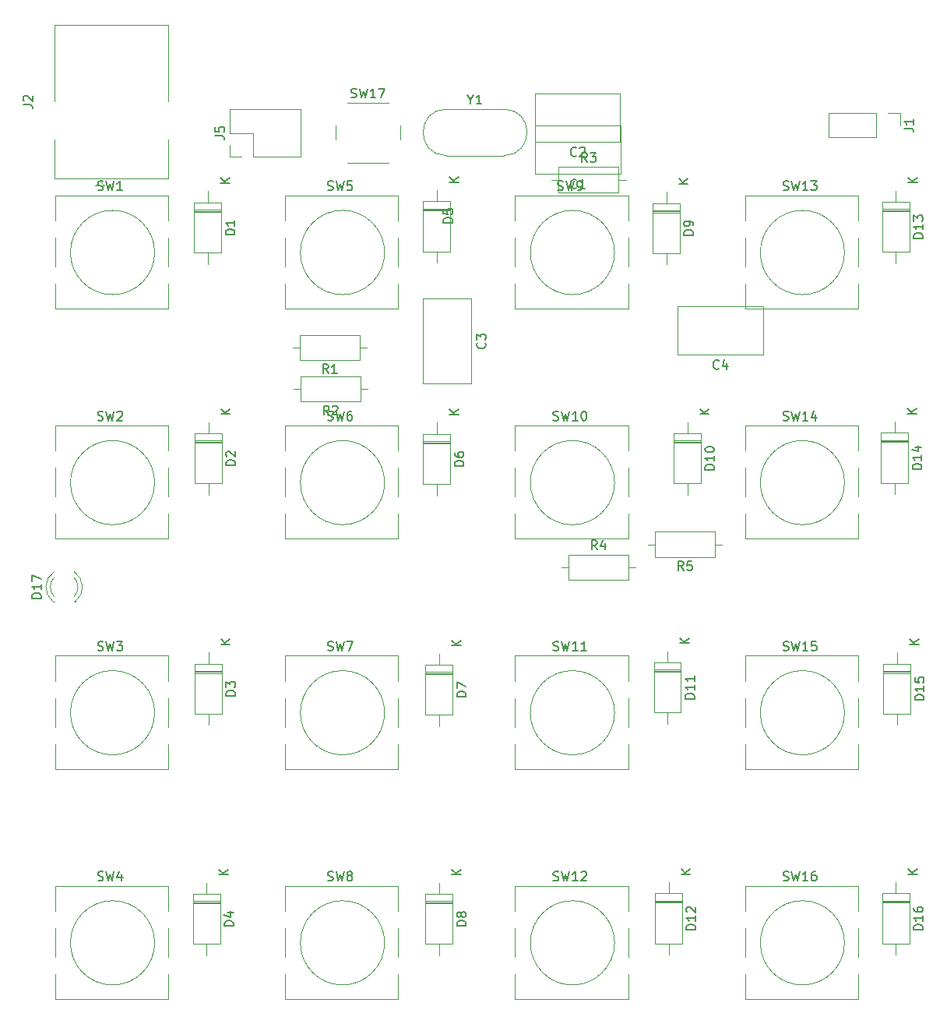
<source format=gbr>
G04 #@! TF.GenerationSoftware,KiCad,Pcbnew,5.1.5+dfsg1-2build2*
G04 #@! TF.CreationDate,2020-04-14T21:36:42+02:00*
G04 #@! TF.ProjectId,LoopStation,4c6f6f70-5374-4617-9469-6f6e2e6b6963,rev?*
G04 #@! TF.SameCoordinates,Original*
G04 #@! TF.FileFunction,Legend,Top*
G04 #@! TF.FilePolarity,Positive*
%FSLAX46Y46*%
G04 Gerber Fmt 4.6, Leading zero omitted, Abs format (unit mm)*
G04 Created by KiCad (PCBNEW 5.1.5+dfsg1-2build2) date 2020-04-14 21:36:42*
%MOMM*%
%LPD*%
G04 APERTURE LIST*
%ADD10C,0.120000*%
%ADD11C,0.150000*%
G04 APERTURE END LIST*
D10*
X120547000Y-99250500D02*
X121317000Y-99250500D01*
X128627000Y-99250500D02*
X127857000Y-99250500D01*
X121317000Y-100620500D02*
X127857000Y-100620500D01*
X121317000Y-97880500D02*
X121317000Y-100620500D01*
X127857000Y-97880500D02*
X121317000Y-97880500D01*
X127857000Y-100620500D02*
X127857000Y-97880500D01*
X119229000Y-101727000D02*
X118459000Y-101727000D01*
X111149000Y-101727000D02*
X111919000Y-101727000D01*
X118459000Y-100357000D02*
X111919000Y-100357000D01*
X118459000Y-103097000D02*
X118459000Y-100357000D01*
X111919000Y-103097000D02*
X118459000Y-103097000D01*
X111919000Y-100357000D02*
X111919000Y-103097000D01*
X58166500Y-105446000D02*
X58322500Y-105446000D01*
X55850500Y-105446000D02*
X56006500Y-105446000D01*
X58166337Y-102844870D02*
G75*
G02X58166500Y-104926961I-1079837J-1041130D01*
G01*
X56006663Y-102844870D02*
G75*
G03X56006500Y-104926961I1079837J-1041130D01*
G01*
X58165108Y-102213665D02*
G75*
G02X58322016Y-105446000I-1078608J-1672335D01*
G01*
X56007892Y-102213665D02*
G75*
G03X55850984Y-105446000I1078608J-1672335D01*
G01*
X123817000Y-78629500D02*
X123817000Y-73389500D01*
X133057000Y-78629500D02*
X133057000Y-73389500D01*
X133057000Y-73389500D02*
X123817000Y-73389500D01*
X133057000Y-78629500D02*
X123817000Y-78629500D01*
X101362500Y-81796000D02*
X96122500Y-81796000D01*
X101362500Y-72556000D02*
X96122500Y-72556000D01*
X96122500Y-72556000D02*
X96122500Y-81796000D01*
X101362500Y-72556000D02*
X101362500Y-81796000D01*
X93595000Y-55269000D02*
X93595000Y-53769000D01*
X92345000Y-51269000D02*
X87845000Y-51269000D01*
X86595000Y-53769000D02*
X86595000Y-55269000D01*
X87845000Y-57769000D02*
X92345000Y-57769000D01*
X118149500Y-59626500D02*
X117379500Y-59626500D01*
X110069500Y-59626500D02*
X110839500Y-59626500D01*
X117379500Y-58256500D02*
X110839500Y-58256500D01*
X117379500Y-60996500D02*
X117379500Y-58256500D01*
X110839500Y-60996500D02*
X117379500Y-60996500D01*
X110839500Y-58256500D02*
X110839500Y-60996500D01*
X104889000Y-57008000D02*
G75*
G03X104889000Y-51958000I0J2525000D01*
G01*
X98639000Y-57008000D02*
G75*
G02X98639000Y-51958000I0J2525000D01*
G01*
X98639000Y-57008000D02*
X104889000Y-57008000D01*
X98639000Y-51958000D02*
X104889000Y-51958000D01*
X108306500Y-55515500D02*
X108306500Y-50275500D01*
X117546500Y-55515500D02*
X117546500Y-50275500D01*
X117546500Y-50275500D02*
X108306500Y-50275500D01*
X117546500Y-55515500D02*
X108306500Y-55515500D01*
X108323000Y-59008000D02*
X108323000Y-53768000D01*
X117563000Y-59008000D02*
X117563000Y-53768000D01*
X117563000Y-53768000D02*
X108323000Y-53768000D01*
X117563000Y-59008000D02*
X108323000Y-59008000D01*
X82002500Y-82359500D02*
X82772500Y-82359500D01*
X90082500Y-82359500D02*
X89312500Y-82359500D01*
X82772500Y-83729500D02*
X89312500Y-83729500D01*
X82772500Y-80989500D02*
X82772500Y-83729500D01*
X89312500Y-80989500D02*
X82772500Y-80989500D01*
X89312500Y-83729500D02*
X89312500Y-80989500D01*
X81939000Y-77851000D02*
X82709000Y-77851000D01*
X90019000Y-77851000D02*
X89249000Y-77851000D01*
X82709000Y-79221000D02*
X89249000Y-79221000D01*
X82709000Y-76481000D02*
X82709000Y-79221000D01*
X89249000Y-76481000D02*
X82709000Y-76481000D01*
X89249000Y-79221000D02*
X89249000Y-76481000D01*
X75060500Y-57146500D02*
X75060500Y-55816500D01*
X76390500Y-57146500D02*
X75060500Y-57146500D01*
X75060500Y-54546500D02*
X75060500Y-51946500D01*
X77660500Y-54546500D02*
X75060500Y-54546500D01*
X77660500Y-57146500D02*
X77660500Y-54546500D01*
X75060500Y-51946500D02*
X82800500Y-51946500D01*
X77660500Y-57146500D02*
X82800500Y-57146500D01*
X82800500Y-57146500D02*
X82800500Y-51946500D01*
X61460000Y-60232000D02*
X60960000Y-59732000D01*
X60460000Y-60232000D02*
X61460000Y-60232000D01*
X60960000Y-59732000D02*
X60460000Y-60232000D01*
X68370000Y-42792000D02*
X68370000Y-51152000D01*
X56050000Y-42792000D02*
X68370000Y-42792000D01*
X56050000Y-51152000D02*
X56050000Y-42792000D01*
X68370000Y-59512000D02*
X68370000Y-55252000D01*
X56050000Y-59512000D02*
X68370000Y-59512000D01*
X56050000Y-55252000D02*
X56050000Y-59512000D01*
X147951500Y-52391000D02*
X147951500Y-53721000D01*
X146621500Y-52391000D02*
X147951500Y-52391000D01*
X145351500Y-52391000D02*
X145351500Y-55051000D01*
X145351500Y-55051000D02*
X140211500Y-55051000D01*
X145351500Y-52391000D02*
X140211500Y-52391000D01*
X140211500Y-52391000D02*
X140211500Y-55051000D01*
X118400000Y-86350000D02*
X118400000Y-89070000D01*
X118400000Y-95930000D02*
X118400000Y-98650000D01*
X106100000Y-94070000D02*
X106100000Y-90930000D01*
X106100000Y-98650000D02*
X106100000Y-95930000D01*
X116929050Y-92540000D02*
G75*
G03X116929050Y-92540000I-4579050J0D01*
G01*
X106100000Y-89070000D02*
X106100000Y-86350000D01*
X118400000Y-98650000D02*
X106100000Y-98650000D01*
X118400000Y-90930000D02*
X118400000Y-94070000D01*
X106100000Y-86350000D02*
X118400000Y-86350000D01*
X93400000Y-86350000D02*
X93400000Y-89070000D01*
X93400000Y-95930000D02*
X93400000Y-98650000D01*
X81100000Y-94070000D02*
X81100000Y-90930000D01*
X81100000Y-98650000D02*
X81100000Y-95930000D01*
X91929050Y-92540000D02*
G75*
G03X91929050Y-92540000I-4579050J0D01*
G01*
X81100000Y-89070000D02*
X81100000Y-86350000D01*
X93400000Y-98650000D02*
X81100000Y-98650000D01*
X93400000Y-90930000D02*
X93400000Y-94070000D01*
X81100000Y-86350000D02*
X93400000Y-86350000D01*
X148980500Y-137950500D02*
X146040500Y-137950500D01*
X148980500Y-138190500D02*
X146040500Y-138190500D01*
X148980500Y-138070500D02*
X146040500Y-138070500D01*
X147510500Y-143830500D02*
X147510500Y-142610500D01*
X147510500Y-135950500D02*
X147510500Y-137170500D01*
X148980500Y-142610500D02*
X148980500Y-137170500D01*
X146040500Y-142610500D02*
X148980500Y-142610500D01*
X146040500Y-137170500D02*
X146040500Y-142610500D01*
X148980500Y-137170500D02*
X146040500Y-137170500D01*
X149107500Y-112995000D02*
X146167500Y-112995000D01*
X149107500Y-113235000D02*
X146167500Y-113235000D01*
X149107500Y-113115000D02*
X146167500Y-113115000D01*
X147637500Y-118875000D02*
X147637500Y-117655000D01*
X147637500Y-110995000D02*
X147637500Y-112215000D01*
X149107500Y-117655000D02*
X149107500Y-112215000D01*
X146167500Y-117655000D02*
X149107500Y-117655000D01*
X146167500Y-112215000D02*
X146167500Y-117655000D01*
X149107500Y-112215000D02*
X146167500Y-112215000D01*
X148853500Y-87912500D02*
X145913500Y-87912500D01*
X148853500Y-88152500D02*
X145913500Y-88152500D01*
X148853500Y-88032500D02*
X145913500Y-88032500D01*
X147383500Y-93792500D02*
X147383500Y-92572500D01*
X147383500Y-85912500D02*
X147383500Y-87132500D01*
X148853500Y-92572500D02*
X148853500Y-87132500D01*
X145913500Y-92572500D02*
X148853500Y-92572500D01*
X145913500Y-87132500D02*
X145913500Y-92572500D01*
X148853500Y-87132500D02*
X145913500Y-87132500D01*
X148980500Y-62830000D02*
X146040500Y-62830000D01*
X148980500Y-63070000D02*
X146040500Y-63070000D01*
X148980500Y-62950000D02*
X146040500Y-62950000D01*
X147510500Y-68710000D02*
X147510500Y-67490000D01*
X147510500Y-60830000D02*
X147510500Y-62050000D01*
X148980500Y-67490000D02*
X148980500Y-62050000D01*
X146040500Y-67490000D02*
X148980500Y-67490000D01*
X146040500Y-62050000D02*
X146040500Y-67490000D01*
X148980500Y-62050000D02*
X146040500Y-62050000D01*
X124279000Y-137950500D02*
X121339000Y-137950500D01*
X124279000Y-138190500D02*
X121339000Y-138190500D01*
X124279000Y-138070500D02*
X121339000Y-138070500D01*
X122809000Y-143830500D02*
X122809000Y-142610500D01*
X122809000Y-135950500D02*
X122809000Y-137170500D01*
X124279000Y-142610500D02*
X124279000Y-137170500D01*
X121339000Y-142610500D02*
X124279000Y-142610500D01*
X121339000Y-137170500D02*
X121339000Y-142610500D01*
X124279000Y-137170500D02*
X121339000Y-137170500D01*
X124152000Y-112868000D02*
X121212000Y-112868000D01*
X124152000Y-113108000D02*
X121212000Y-113108000D01*
X124152000Y-112988000D02*
X121212000Y-112988000D01*
X122682000Y-118748000D02*
X122682000Y-117528000D01*
X122682000Y-110868000D02*
X122682000Y-112088000D01*
X124152000Y-117528000D02*
X124152000Y-112088000D01*
X121212000Y-117528000D02*
X124152000Y-117528000D01*
X121212000Y-112088000D02*
X121212000Y-117528000D01*
X124152000Y-112088000D02*
X121212000Y-112088000D01*
X126311000Y-87976000D02*
X123371000Y-87976000D01*
X126311000Y-88216000D02*
X123371000Y-88216000D01*
X126311000Y-88096000D02*
X123371000Y-88096000D01*
X124841000Y-93856000D02*
X124841000Y-92636000D01*
X124841000Y-85976000D02*
X124841000Y-87196000D01*
X126311000Y-92636000D02*
X126311000Y-87196000D01*
X123371000Y-92636000D02*
X126311000Y-92636000D01*
X123371000Y-87196000D02*
X123371000Y-92636000D01*
X126311000Y-87196000D02*
X123371000Y-87196000D01*
X124025000Y-62957000D02*
X121085000Y-62957000D01*
X124025000Y-63197000D02*
X121085000Y-63197000D01*
X124025000Y-63077000D02*
X121085000Y-63077000D01*
X122555000Y-68837000D02*
X122555000Y-67617000D01*
X122555000Y-60957000D02*
X122555000Y-62177000D01*
X124025000Y-67617000D02*
X124025000Y-62177000D01*
X121085000Y-67617000D02*
X124025000Y-67617000D01*
X121085000Y-62177000D02*
X121085000Y-67617000D01*
X124025000Y-62177000D02*
X121085000Y-62177000D01*
X99323500Y-138014000D02*
X96383500Y-138014000D01*
X99323500Y-138254000D02*
X96383500Y-138254000D01*
X99323500Y-138134000D02*
X96383500Y-138134000D01*
X97853500Y-143894000D02*
X97853500Y-142674000D01*
X97853500Y-136014000D02*
X97853500Y-137234000D01*
X99323500Y-142674000D02*
X99323500Y-137234000D01*
X96383500Y-142674000D02*
X99323500Y-142674000D01*
X96383500Y-137234000D02*
X96383500Y-142674000D01*
X99323500Y-137234000D02*
X96383500Y-137234000D01*
X99323500Y-113122000D02*
X96383500Y-113122000D01*
X99323500Y-113362000D02*
X96383500Y-113362000D01*
X99323500Y-113242000D02*
X96383500Y-113242000D01*
X97853500Y-119002000D02*
X97853500Y-117782000D01*
X97853500Y-111122000D02*
X97853500Y-112342000D01*
X99323500Y-117782000D02*
X99323500Y-112342000D01*
X96383500Y-117782000D02*
X99323500Y-117782000D01*
X96383500Y-112342000D02*
X96383500Y-117782000D01*
X99323500Y-112342000D02*
X96383500Y-112342000D01*
X99069500Y-88039500D02*
X96129500Y-88039500D01*
X99069500Y-88279500D02*
X96129500Y-88279500D01*
X99069500Y-88159500D02*
X96129500Y-88159500D01*
X97599500Y-93919500D02*
X97599500Y-92699500D01*
X97599500Y-86039500D02*
X97599500Y-87259500D01*
X99069500Y-92699500D02*
X99069500Y-87259500D01*
X96129500Y-92699500D02*
X99069500Y-92699500D01*
X96129500Y-87259500D02*
X96129500Y-92699500D01*
X99069500Y-87259500D02*
X96129500Y-87259500D01*
X99069500Y-62766500D02*
X96129500Y-62766500D01*
X99069500Y-63006500D02*
X96129500Y-63006500D01*
X99069500Y-62886500D02*
X96129500Y-62886500D01*
X97599500Y-68646500D02*
X97599500Y-67426500D01*
X97599500Y-60766500D02*
X97599500Y-61986500D01*
X99069500Y-67426500D02*
X99069500Y-61986500D01*
X96129500Y-67426500D02*
X99069500Y-67426500D01*
X96129500Y-61986500D02*
X96129500Y-67426500D01*
X99069500Y-61986500D02*
X96129500Y-61986500D01*
X74050500Y-138014000D02*
X71110500Y-138014000D01*
X74050500Y-138254000D02*
X71110500Y-138254000D01*
X74050500Y-138134000D02*
X71110500Y-138134000D01*
X72580500Y-143894000D02*
X72580500Y-142674000D01*
X72580500Y-136014000D02*
X72580500Y-137234000D01*
X74050500Y-142674000D02*
X74050500Y-137234000D01*
X71110500Y-142674000D02*
X74050500Y-142674000D01*
X71110500Y-137234000D02*
X71110500Y-142674000D01*
X74050500Y-137234000D02*
X71110500Y-137234000D01*
X74241000Y-112995000D02*
X71301000Y-112995000D01*
X74241000Y-113235000D02*
X71301000Y-113235000D01*
X74241000Y-113115000D02*
X71301000Y-113115000D01*
X72771000Y-118875000D02*
X72771000Y-117655000D01*
X72771000Y-110995000D02*
X72771000Y-112215000D01*
X74241000Y-117655000D02*
X74241000Y-112215000D01*
X71301000Y-117655000D02*
X74241000Y-117655000D01*
X71301000Y-112215000D02*
X71301000Y-117655000D01*
X74241000Y-112215000D02*
X71301000Y-112215000D01*
X74241000Y-87976000D02*
X71301000Y-87976000D01*
X74241000Y-88216000D02*
X71301000Y-88216000D01*
X74241000Y-88096000D02*
X71301000Y-88096000D01*
X72771000Y-93856000D02*
X72771000Y-92636000D01*
X72771000Y-85976000D02*
X72771000Y-87196000D01*
X74241000Y-92636000D02*
X74241000Y-87196000D01*
X71301000Y-92636000D02*
X74241000Y-92636000D01*
X71301000Y-87196000D02*
X71301000Y-92636000D01*
X74241000Y-87196000D02*
X71301000Y-87196000D01*
X74177500Y-62893500D02*
X71237500Y-62893500D01*
X74177500Y-63133500D02*
X71237500Y-63133500D01*
X74177500Y-63013500D02*
X71237500Y-63013500D01*
X72707500Y-68773500D02*
X72707500Y-67553500D01*
X72707500Y-60893500D02*
X72707500Y-62113500D01*
X74177500Y-67553500D02*
X74177500Y-62113500D01*
X71237500Y-67553500D02*
X74177500Y-67553500D01*
X71237500Y-62113500D02*
X71237500Y-67553500D01*
X74177500Y-62113500D02*
X71237500Y-62113500D01*
X143400000Y-61350000D02*
X143400000Y-64070000D01*
X143400000Y-70930000D02*
X143400000Y-73650000D01*
X131100000Y-69070000D02*
X131100000Y-65930000D01*
X131100000Y-73650000D02*
X131100000Y-70930000D01*
X141929050Y-67540000D02*
G75*
G03X141929050Y-67540000I-4579050J0D01*
G01*
X131100000Y-64070000D02*
X131100000Y-61350000D01*
X143400000Y-73650000D02*
X131100000Y-73650000D01*
X143400000Y-65930000D02*
X143400000Y-69070000D01*
X131100000Y-61350000D02*
X143400000Y-61350000D01*
X143400000Y-136350000D02*
X143400000Y-139070000D01*
X143400000Y-145930000D02*
X143400000Y-148650000D01*
X131100000Y-144070000D02*
X131100000Y-140930000D01*
X131100000Y-148650000D02*
X131100000Y-145930000D01*
X141929050Y-142540000D02*
G75*
G03X141929050Y-142540000I-4579050J0D01*
G01*
X131100000Y-139070000D02*
X131100000Y-136350000D01*
X143400000Y-148650000D02*
X131100000Y-148650000D01*
X143400000Y-140930000D02*
X143400000Y-144070000D01*
X131100000Y-136350000D02*
X143400000Y-136350000D01*
X143400000Y-111350000D02*
X143400000Y-114070000D01*
X143400000Y-120930000D02*
X143400000Y-123650000D01*
X131100000Y-119070000D02*
X131100000Y-115930000D01*
X131100000Y-123650000D02*
X131100000Y-120930000D01*
X141929050Y-117540000D02*
G75*
G03X141929050Y-117540000I-4579050J0D01*
G01*
X131100000Y-114070000D02*
X131100000Y-111350000D01*
X143400000Y-123650000D02*
X131100000Y-123650000D01*
X143400000Y-115930000D02*
X143400000Y-119070000D01*
X131100000Y-111350000D02*
X143400000Y-111350000D01*
X143400000Y-86350000D02*
X143400000Y-89070000D01*
X143400000Y-95930000D02*
X143400000Y-98650000D01*
X131100000Y-94070000D02*
X131100000Y-90930000D01*
X131100000Y-98650000D02*
X131100000Y-95930000D01*
X141929050Y-92540000D02*
G75*
G03X141929050Y-92540000I-4579050J0D01*
G01*
X131100000Y-89070000D02*
X131100000Y-86350000D01*
X143400000Y-98650000D02*
X131100000Y-98650000D01*
X143400000Y-90930000D02*
X143400000Y-94070000D01*
X131100000Y-86350000D02*
X143400000Y-86350000D01*
X118400000Y-136350000D02*
X118400000Y-139070000D01*
X118400000Y-145930000D02*
X118400000Y-148650000D01*
X106100000Y-144070000D02*
X106100000Y-140930000D01*
X106100000Y-148650000D02*
X106100000Y-145930000D01*
X116929050Y-142540000D02*
G75*
G03X116929050Y-142540000I-4579050J0D01*
G01*
X106100000Y-139070000D02*
X106100000Y-136350000D01*
X118400000Y-148650000D02*
X106100000Y-148650000D01*
X118400000Y-140930000D02*
X118400000Y-144070000D01*
X106100000Y-136350000D02*
X118400000Y-136350000D01*
X118400000Y-111350000D02*
X118400000Y-114070000D01*
X118400000Y-120930000D02*
X118400000Y-123650000D01*
X106100000Y-119070000D02*
X106100000Y-115930000D01*
X106100000Y-123650000D02*
X106100000Y-120930000D01*
X116929050Y-117540000D02*
G75*
G03X116929050Y-117540000I-4579050J0D01*
G01*
X106100000Y-114070000D02*
X106100000Y-111350000D01*
X118400000Y-123650000D02*
X106100000Y-123650000D01*
X118400000Y-115930000D02*
X118400000Y-119070000D01*
X106100000Y-111350000D02*
X118400000Y-111350000D01*
X118400000Y-61350000D02*
X118400000Y-64070000D01*
X118400000Y-70930000D02*
X118400000Y-73650000D01*
X106100000Y-69070000D02*
X106100000Y-65930000D01*
X106100000Y-73650000D02*
X106100000Y-70930000D01*
X116929050Y-67540000D02*
G75*
G03X116929050Y-67540000I-4579050J0D01*
G01*
X106100000Y-64070000D02*
X106100000Y-61350000D01*
X118400000Y-73650000D02*
X106100000Y-73650000D01*
X118400000Y-65930000D02*
X118400000Y-69070000D01*
X106100000Y-61350000D02*
X118400000Y-61350000D01*
X93400000Y-136350000D02*
X93400000Y-139070000D01*
X93400000Y-145930000D02*
X93400000Y-148650000D01*
X81100000Y-144070000D02*
X81100000Y-140930000D01*
X81100000Y-148650000D02*
X81100000Y-145930000D01*
X91929050Y-142540000D02*
G75*
G03X91929050Y-142540000I-4579050J0D01*
G01*
X81100000Y-139070000D02*
X81100000Y-136350000D01*
X93400000Y-148650000D02*
X81100000Y-148650000D01*
X93400000Y-140930000D02*
X93400000Y-144070000D01*
X81100000Y-136350000D02*
X93400000Y-136350000D01*
X93400000Y-111350000D02*
X93400000Y-114070000D01*
X93400000Y-120930000D02*
X93400000Y-123650000D01*
X81100000Y-119070000D02*
X81100000Y-115930000D01*
X81100000Y-123650000D02*
X81100000Y-120930000D01*
X91929050Y-117540000D02*
G75*
G03X91929050Y-117540000I-4579050J0D01*
G01*
X81100000Y-114070000D02*
X81100000Y-111350000D01*
X93400000Y-123650000D02*
X81100000Y-123650000D01*
X93400000Y-115930000D02*
X93400000Y-119070000D01*
X81100000Y-111350000D02*
X93400000Y-111350000D01*
X93400000Y-61350000D02*
X93400000Y-64070000D01*
X93400000Y-70930000D02*
X93400000Y-73650000D01*
X81100000Y-69070000D02*
X81100000Y-65930000D01*
X81100000Y-73650000D02*
X81100000Y-70930000D01*
X91929050Y-67540000D02*
G75*
G03X91929050Y-67540000I-4579050J0D01*
G01*
X81100000Y-64070000D02*
X81100000Y-61350000D01*
X93400000Y-73650000D02*
X81100000Y-73650000D01*
X93400000Y-65930000D02*
X93400000Y-69070000D01*
X81100000Y-61350000D02*
X93400000Y-61350000D01*
X68400000Y-136350000D02*
X68400000Y-139070000D01*
X68400000Y-145930000D02*
X68400000Y-148650000D01*
X56100000Y-144070000D02*
X56100000Y-140930000D01*
X56100000Y-148650000D02*
X56100000Y-145930000D01*
X66929050Y-142540000D02*
G75*
G03X66929050Y-142540000I-4579050J0D01*
G01*
X56100000Y-139070000D02*
X56100000Y-136350000D01*
X68400000Y-148650000D02*
X56100000Y-148650000D01*
X68400000Y-140930000D02*
X68400000Y-144070000D01*
X56100000Y-136350000D02*
X68400000Y-136350000D01*
X68400000Y-111350000D02*
X68400000Y-114070000D01*
X68400000Y-120930000D02*
X68400000Y-123650000D01*
X56100000Y-119070000D02*
X56100000Y-115930000D01*
X56100000Y-123650000D02*
X56100000Y-120930000D01*
X66929050Y-117540000D02*
G75*
G03X66929050Y-117540000I-4579050J0D01*
G01*
X56100000Y-114070000D02*
X56100000Y-111350000D01*
X68400000Y-123650000D02*
X56100000Y-123650000D01*
X68400000Y-115930000D02*
X68400000Y-119070000D01*
X56100000Y-111350000D02*
X68400000Y-111350000D01*
X68400000Y-86350000D02*
X68400000Y-89070000D01*
X68400000Y-95930000D02*
X68400000Y-98650000D01*
X56100000Y-94070000D02*
X56100000Y-90930000D01*
X56100000Y-98650000D02*
X56100000Y-95930000D01*
X66929050Y-92540000D02*
G75*
G03X66929050Y-92540000I-4579050J0D01*
G01*
X56100000Y-89070000D02*
X56100000Y-86350000D01*
X68400000Y-98650000D02*
X56100000Y-98650000D01*
X68400000Y-90930000D02*
X68400000Y-94070000D01*
X56100000Y-86350000D02*
X68400000Y-86350000D01*
X68400000Y-61350000D02*
X68400000Y-64070000D01*
X68400000Y-70930000D02*
X68400000Y-73650000D01*
X56100000Y-69070000D02*
X56100000Y-65930000D01*
X56100000Y-73650000D02*
X56100000Y-70930000D01*
X66929050Y-67540000D02*
G75*
G03X66929050Y-67540000I-4579050J0D01*
G01*
X56100000Y-64070000D02*
X56100000Y-61350000D01*
X68400000Y-73650000D02*
X56100000Y-73650000D01*
X68400000Y-65930000D02*
X68400000Y-69070000D01*
X56100000Y-61350000D02*
X68400000Y-61350000D01*
D11*
X124420333Y-102072880D02*
X124087000Y-101596690D01*
X123848904Y-102072880D02*
X123848904Y-101072880D01*
X124229857Y-101072880D01*
X124325095Y-101120500D01*
X124372714Y-101168119D01*
X124420333Y-101263357D01*
X124420333Y-101406214D01*
X124372714Y-101501452D01*
X124325095Y-101549071D01*
X124229857Y-101596690D01*
X123848904Y-101596690D01*
X125325095Y-101072880D02*
X124848904Y-101072880D01*
X124801285Y-101549071D01*
X124848904Y-101501452D01*
X124944142Y-101453833D01*
X125182238Y-101453833D01*
X125277476Y-101501452D01*
X125325095Y-101549071D01*
X125372714Y-101644309D01*
X125372714Y-101882404D01*
X125325095Y-101977642D01*
X125277476Y-102025261D01*
X125182238Y-102072880D01*
X124944142Y-102072880D01*
X124848904Y-102025261D01*
X124801285Y-101977642D01*
X115022333Y-99809380D02*
X114689000Y-99333190D01*
X114450904Y-99809380D02*
X114450904Y-98809380D01*
X114831857Y-98809380D01*
X114927095Y-98857000D01*
X114974714Y-98904619D01*
X115022333Y-98999857D01*
X115022333Y-99142714D01*
X114974714Y-99237952D01*
X114927095Y-99285571D01*
X114831857Y-99333190D01*
X114450904Y-99333190D01*
X115879476Y-99142714D02*
X115879476Y-99809380D01*
X115641380Y-98761761D02*
X115403285Y-99476047D01*
X116022333Y-99476047D01*
X54578880Y-105100285D02*
X53578880Y-105100285D01*
X53578880Y-104862190D01*
X53626500Y-104719333D01*
X53721738Y-104624095D01*
X53816976Y-104576476D01*
X54007452Y-104528857D01*
X54150309Y-104528857D01*
X54340785Y-104576476D01*
X54436023Y-104624095D01*
X54531261Y-104719333D01*
X54578880Y-104862190D01*
X54578880Y-105100285D01*
X54578880Y-103576476D02*
X54578880Y-104147904D01*
X54578880Y-103862190D02*
X53578880Y-103862190D01*
X53721738Y-103957428D01*
X53816976Y-104052666D01*
X53864595Y-104147904D01*
X53578880Y-103243142D02*
X53578880Y-102576476D01*
X54578880Y-103005047D01*
X128270333Y-80116642D02*
X128222714Y-80164261D01*
X128079857Y-80211880D01*
X127984619Y-80211880D01*
X127841761Y-80164261D01*
X127746523Y-80069023D01*
X127698904Y-79973785D01*
X127651285Y-79783309D01*
X127651285Y-79640452D01*
X127698904Y-79449976D01*
X127746523Y-79354738D01*
X127841761Y-79259500D01*
X127984619Y-79211880D01*
X128079857Y-79211880D01*
X128222714Y-79259500D01*
X128270333Y-79307119D01*
X129127476Y-79545214D02*
X129127476Y-80211880D01*
X128889380Y-79164261D02*
X128651285Y-79878547D01*
X129270333Y-79878547D01*
X102849642Y-77342666D02*
X102897261Y-77390285D01*
X102944880Y-77533142D01*
X102944880Y-77628380D01*
X102897261Y-77771238D01*
X102802023Y-77866476D01*
X102706785Y-77914095D01*
X102516309Y-77961714D01*
X102373452Y-77961714D01*
X102182976Y-77914095D01*
X102087738Y-77866476D01*
X101992500Y-77771238D01*
X101944880Y-77628380D01*
X101944880Y-77533142D01*
X101992500Y-77390285D01*
X102040119Y-77342666D01*
X101944880Y-77009333D02*
X101944880Y-76390285D01*
X102325833Y-76723619D01*
X102325833Y-76580761D01*
X102373452Y-76485523D01*
X102421071Y-76437904D01*
X102516309Y-76390285D01*
X102754404Y-76390285D01*
X102849642Y-76437904D01*
X102897261Y-76485523D01*
X102944880Y-76580761D01*
X102944880Y-76866476D01*
X102897261Y-76961714D01*
X102849642Y-77009333D01*
X88285476Y-50673761D02*
X88428333Y-50721380D01*
X88666428Y-50721380D01*
X88761666Y-50673761D01*
X88809285Y-50626142D01*
X88856904Y-50530904D01*
X88856904Y-50435666D01*
X88809285Y-50340428D01*
X88761666Y-50292809D01*
X88666428Y-50245190D01*
X88475952Y-50197571D01*
X88380714Y-50149952D01*
X88333095Y-50102333D01*
X88285476Y-50007095D01*
X88285476Y-49911857D01*
X88333095Y-49816619D01*
X88380714Y-49769000D01*
X88475952Y-49721380D01*
X88714047Y-49721380D01*
X88856904Y-49769000D01*
X89190238Y-49721380D02*
X89428333Y-50721380D01*
X89618809Y-50007095D01*
X89809285Y-50721380D01*
X90047380Y-49721380D01*
X90952142Y-50721380D02*
X90380714Y-50721380D01*
X90666428Y-50721380D02*
X90666428Y-49721380D01*
X90571190Y-49864238D01*
X90475952Y-49959476D01*
X90380714Y-50007095D01*
X91285476Y-49721380D02*
X91952142Y-49721380D01*
X91523571Y-50721380D01*
X113942833Y-57708880D02*
X113609500Y-57232690D01*
X113371404Y-57708880D02*
X113371404Y-56708880D01*
X113752357Y-56708880D01*
X113847595Y-56756500D01*
X113895214Y-56804119D01*
X113942833Y-56899357D01*
X113942833Y-57042214D01*
X113895214Y-57137452D01*
X113847595Y-57185071D01*
X113752357Y-57232690D01*
X113371404Y-57232690D01*
X114276166Y-56708880D02*
X114895214Y-56708880D01*
X114561880Y-57089833D01*
X114704738Y-57089833D01*
X114799976Y-57137452D01*
X114847595Y-57185071D01*
X114895214Y-57280309D01*
X114895214Y-57518404D01*
X114847595Y-57613642D01*
X114799976Y-57661261D01*
X114704738Y-57708880D01*
X114419023Y-57708880D01*
X114323785Y-57661261D01*
X114276166Y-57613642D01*
X101287809Y-50934190D02*
X101287809Y-51410380D01*
X100954476Y-50410380D02*
X101287809Y-50934190D01*
X101621142Y-50410380D01*
X102478285Y-51410380D02*
X101906857Y-51410380D01*
X102192571Y-51410380D02*
X102192571Y-50410380D01*
X102097333Y-50553238D01*
X102002095Y-50648476D01*
X101906857Y-50696095D01*
X112759833Y-57002642D02*
X112712214Y-57050261D01*
X112569357Y-57097880D01*
X112474119Y-57097880D01*
X112331261Y-57050261D01*
X112236023Y-56955023D01*
X112188404Y-56859785D01*
X112140785Y-56669309D01*
X112140785Y-56526452D01*
X112188404Y-56335976D01*
X112236023Y-56240738D01*
X112331261Y-56145500D01*
X112474119Y-56097880D01*
X112569357Y-56097880D01*
X112712214Y-56145500D01*
X112759833Y-56193119D01*
X113140785Y-56193119D02*
X113188404Y-56145500D01*
X113283642Y-56097880D01*
X113521738Y-56097880D01*
X113616976Y-56145500D01*
X113664595Y-56193119D01*
X113712214Y-56288357D01*
X113712214Y-56383595D01*
X113664595Y-56526452D01*
X113093166Y-57097880D01*
X113712214Y-57097880D01*
X112776333Y-60495142D02*
X112728714Y-60542761D01*
X112585857Y-60590380D01*
X112490619Y-60590380D01*
X112347761Y-60542761D01*
X112252523Y-60447523D01*
X112204904Y-60352285D01*
X112157285Y-60161809D01*
X112157285Y-60018952D01*
X112204904Y-59828476D01*
X112252523Y-59733238D01*
X112347761Y-59638000D01*
X112490619Y-59590380D01*
X112585857Y-59590380D01*
X112728714Y-59638000D01*
X112776333Y-59685619D01*
X113728714Y-60590380D02*
X113157285Y-60590380D01*
X113443000Y-60590380D02*
X113443000Y-59590380D01*
X113347761Y-59733238D01*
X113252523Y-59828476D01*
X113157285Y-59876095D01*
X85875833Y-85181880D02*
X85542500Y-84705690D01*
X85304404Y-85181880D02*
X85304404Y-84181880D01*
X85685357Y-84181880D01*
X85780595Y-84229500D01*
X85828214Y-84277119D01*
X85875833Y-84372357D01*
X85875833Y-84515214D01*
X85828214Y-84610452D01*
X85780595Y-84658071D01*
X85685357Y-84705690D01*
X85304404Y-84705690D01*
X86256785Y-84277119D02*
X86304404Y-84229500D01*
X86399642Y-84181880D01*
X86637738Y-84181880D01*
X86732976Y-84229500D01*
X86780595Y-84277119D01*
X86828214Y-84372357D01*
X86828214Y-84467595D01*
X86780595Y-84610452D01*
X86209166Y-85181880D01*
X86828214Y-85181880D01*
X85812333Y-80673380D02*
X85479000Y-80197190D01*
X85240904Y-80673380D02*
X85240904Y-79673380D01*
X85621857Y-79673380D01*
X85717095Y-79721000D01*
X85764714Y-79768619D01*
X85812333Y-79863857D01*
X85812333Y-80006714D01*
X85764714Y-80101952D01*
X85717095Y-80149571D01*
X85621857Y-80197190D01*
X85240904Y-80197190D01*
X86764714Y-80673380D02*
X86193285Y-80673380D01*
X86479000Y-80673380D02*
X86479000Y-79673380D01*
X86383761Y-79816238D01*
X86288523Y-79911476D01*
X86193285Y-79959095D01*
X73512880Y-54879833D02*
X74227166Y-54879833D01*
X74370023Y-54927452D01*
X74465261Y-55022690D01*
X74512880Y-55165547D01*
X74512880Y-55260785D01*
X73512880Y-53927452D02*
X73512880Y-54403642D01*
X73989071Y-54451261D01*
X73941452Y-54403642D01*
X73893833Y-54308404D01*
X73893833Y-54070309D01*
X73941452Y-53975071D01*
X73989071Y-53927452D01*
X74084309Y-53879833D01*
X74322404Y-53879833D01*
X74417642Y-53927452D01*
X74465261Y-53975071D01*
X74512880Y-54070309D01*
X74512880Y-54308404D01*
X74465261Y-54403642D01*
X74417642Y-54451261D01*
X52642380Y-51485333D02*
X53356666Y-51485333D01*
X53499523Y-51532952D01*
X53594761Y-51628190D01*
X53642380Y-51771047D01*
X53642380Y-51866285D01*
X52737619Y-51056761D02*
X52690000Y-51009142D01*
X52642380Y-50913904D01*
X52642380Y-50675809D01*
X52690000Y-50580571D01*
X52737619Y-50532952D01*
X52832857Y-50485333D01*
X52928095Y-50485333D01*
X53070952Y-50532952D01*
X53642380Y-51104380D01*
X53642380Y-50485333D01*
X148403880Y-54054333D02*
X149118166Y-54054333D01*
X149261023Y-54101952D01*
X149356261Y-54197190D01*
X149403880Y-54340047D01*
X149403880Y-54435285D01*
X149403880Y-53054333D02*
X149403880Y-53625761D01*
X149403880Y-53340047D02*
X148403880Y-53340047D01*
X148546738Y-53435285D01*
X148641976Y-53530523D01*
X148689595Y-53625761D01*
X110270476Y-85744761D02*
X110413333Y-85792380D01*
X110651428Y-85792380D01*
X110746666Y-85744761D01*
X110794285Y-85697142D01*
X110841904Y-85601904D01*
X110841904Y-85506666D01*
X110794285Y-85411428D01*
X110746666Y-85363809D01*
X110651428Y-85316190D01*
X110460952Y-85268571D01*
X110365714Y-85220952D01*
X110318095Y-85173333D01*
X110270476Y-85078095D01*
X110270476Y-84982857D01*
X110318095Y-84887619D01*
X110365714Y-84840000D01*
X110460952Y-84792380D01*
X110699047Y-84792380D01*
X110841904Y-84840000D01*
X111175238Y-84792380D02*
X111413333Y-85792380D01*
X111603809Y-85078095D01*
X111794285Y-85792380D01*
X112032380Y-84792380D01*
X112937142Y-85792380D02*
X112365714Y-85792380D01*
X112651428Y-85792380D02*
X112651428Y-84792380D01*
X112556190Y-84935238D01*
X112460952Y-85030476D01*
X112365714Y-85078095D01*
X113556190Y-84792380D02*
X113651428Y-84792380D01*
X113746666Y-84840000D01*
X113794285Y-84887619D01*
X113841904Y-84982857D01*
X113889523Y-85173333D01*
X113889523Y-85411428D01*
X113841904Y-85601904D01*
X113794285Y-85697142D01*
X113746666Y-85744761D01*
X113651428Y-85792380D01*
X113556190Y-85792380D01*
X113460952Y-85744761D01*
X113413333Y-85697142D01*
X113365714Y-85601904D01*
X113318095Y-85411428D01*
X113318095Y-85173333D01*
X113365714Y-84982857D01*
X113413333Y-84887619D01*
X113460952Y-84840000D01*
X113556190Y-84792380D01*
X85746666Y-85744761D02*
X85889523Y-85792380D01*
X86127619Y-85792380D01*
X86222857Y-85744761D01*
X86270476Y-85697142D01*
X86318095Y-85601904D01*
X86318095Y-85506666D01*
X86270476Y-85411428D01*
X86222857Y-85363809D01*
X86127619Y-85316190D01*
X85937142Y-85268571D01*
X85841904Y-85220952D01*
X85794285Y-85173333D01*
X85746666Y-85078095D01*
X85746666Y-84982857D01*
X85794285Y-84887619D01*
X85841904Y-84840000D01*
X85937142Y-84792380D01*
X86175238Y-84792380D01*
X86318095Y-84840000D01*
X86651428Y-84792380D02*
X86889523Y-85792380D01*
X87080000Y-85078095D01*
X87270476Y-85792380D01*
X87508571Y-84792380D01*
X88318095Y-84792380D02*
X88127619Y-84792380D01*
X88032380Y-84840000D01*
X87984761Y-84887619D01*
X87889523Y-85030476D01*
X87841904Y-85220952D01*
X87841904Y-85601904D01*
X87889523Y-85697142D01*
X87937142Y-85744761D01*
X88032380Y-85792380D01*
X88222857Y-85792380D01*
X88318095Y-85744761D01*
X88365714Y-85697142D01*
X88413333Y-85601904D01*
X88413333Y-85363809D01*
X88365714Y-85268571D01*
X88318095Y-85220952D01*
X88222857Y-85173333D01*
X88032380Y-85173333D01*
X87937142Y-85220952D01*
X87889523Y-85268571D01*
X87841904Y-85363809D01*
X150432880Y-141104785D02*
X149432880Y-141104785D01*
X149432880Y-140866690D01*
X149480500Y-140723833D01*
X149575738Y-140628595D01*
X149670976Y-140580976D01*
X149861452Y-140533357D01*
X150004309Y-140533357D01*
X150194785Y-140580976D01*
X150290023Y-140628595D01*
X150385261Y-140723833D01*
X150432880Y-140866690D01*
X150432880Y-141104785D01*
X150432880Y-139580976D02*
X150432880Y-140152404D01*
X150432880Y-139866690D02*
X149432880Y-139866690D01*
X149575738Y-139961928D01*
X149670976Y-140057166D01*
X149718595Y-140152404D01*
X149432880Y-138723833D02*
X149432880Y-138914309D01*
X149480500Y-139009547D01*
X149528119Y-139057166D01*
X149670976Y-139152404D01*
X149861452Y-139200023D01*
X150242404Y-139200023D01*
X150337642Y-139152404D01*
X150385261Y-139104785D01*
X150432880Y-139009547D01*
X150432880Y-138819071D01*
X150385261Y-138723833D01*
X150337642Y-138676214D01*
X150242404Y-138628595D01*
X150004309Y-138628595D01*
X149909071Y-138676214D01*
X149861452Y-138723833D01*
X149813833Y-138819071D01*
X149813833Y-139009547D01*
X149861452Y-139104785D01*
X149909071Y-139152404D01*
X150004309Y-139200023D01*
X149862880Y-135072404D02*
X148862880Y-135072404D01*
X149862880Y-134500976D02*
X149291452Y-134929547D01*
X148862880Y-134500976D02*
X149434309Y-135072404D01*
X150559880Y-116149285D02*
X149559880Y-116149285D01*
X149559880Y-115911190D01*
X149607500Y-115768333D01*
X149702738Y-115673095D01*
X149797976Y-115625476D01*
X149988452Y-115577857D01*
X150131309Y-115577857D01*
X150321785Y-115625476D01*
X150417023Y-115673095D01*
X150512261Y-115768333D01*
X150559880Y-115911190D01*
X150559880Y-116149285D01*
X150559880Y-114625476D02*
X150559880Y-115196904D01*
X150559880Y-114911190D02*
X149559880Y-114911190D01*
X149702738Y-115006428D01*
X149797976Y-115101666D01*
X149845595Y-115196904D01*
X149559880Y-113720714D02*
X149559880Y-114196904D01*
X150036071Y-114244523D01*
X149988452Y-114196904D01*
X149940833Y-114101666D01*
X149940833Y-113863571D01*
X149988452Y-113768333D01*
X150036071Y-113720714D01*
X150131309Y-113673095D01*
X150369404Y-113673095D01*
X150464642Y-113720714D01*
X150512261Y-113768333D01*
X150559880Y-113863571D01*
X150559880Y-114101666D01*
X150512261Y-114196904D01*
X150464642Y-114244523D01*
X149989880Y-110116904D02*
X148989880Y-110116904D01*
X149989880Y-109545476D02*
X149418452Y-109974047D01*
X148989880Y-109545476D02*
X149561309Y-110116904D01*
X150305880Y-91066785D02*
X149305880Y-91066785D01*
X149305880Y-90828690D01*
X149353500Y-90685833D01*
X149448738Y-90590595D01*
X149543976Y-90542976D01*
X149734452Y-90495357D01*
X149877309Y-90495357D01*
X150067785Y-90542976D01*
X150163023Y-90590595D01*
X150258261Y-90685833D01*
X150305880Y-90828690D01*
X150305880Y-91066785D01*
X150305880Y-89542976D02*
X150305880Y-90114404D01*
X150305880Y-89828690D02*
X149305880Y-89828690D01*
X149448738Y-89923928D01*
X149543976Y-90019166D01*
X149591595Y-90114404D01*
X149639214Y-88685833D02*
X150305880Y-88685833D01*
X149258261Y-88923928D02*
X149972547Y-89162023D01*
X149972547Y-88542976D01*
X149735880Y-85034404D02*
X148735880Y-85034404D01*
X149735880Y-84462976D02*
X149164452Y-84891547D01*
X148735880Y-84462976D02*
X149307309Y-85034404D01*
X150432880Y-65984285D02*
X149432880Y-65984285D01*
X149432880Y-65746190D01*
X149480500Y-65603333D01*
X149575738Y-65508095D01*
X149670976Y-65460476D01*
X149861452Y-65412857D01*
X150004309Y-65412857D01*
X150194785Y-65460476D01*
X150290023Y-65508095D01*
X150385261Y-65603333D01*
X150432880Y-65746190D01*
X150432880Y-65984285D01*
X150432880Y-64460476D02*
X150432880Y-65031904D01*
X150432880Y-64746190D02*
X149432880Y-64746190D01*
X149575738Y-64841428D01*
X149670976Y-64936666D01*
X149718595Y-65031904D01*
X149432880Y-64127142D02*
X149432880Y-63508095D01*
X149813833Y-63841428D01*
X149813833Y-63698571D01*
X149861452Y-63603333D01*
X149909071Y-63555714D01*
X150004309Y-63508095D01*
X150242404Y-63508095D01*
X150337642Y-63555714D01*
X150385261Y-63603333D01*
X150432880Y-63698571D01*
X150432880Y-63984285D01*
X150385261Y-64079523D01*
X150337642Y-64127142D01*
X149862880Y-59951904D02*
X148862880Y-59951904D01*
X149862880Y-59380476D02*
X149291452Y-59809047D01*
X148862880Y-59380476D02*
X149434309Y-59951904D01*
X125731380Y-141104785D02*
X124731380Y-141104785D01*
X124731380Y-140866690D01*
X124779000Y-140723833D01*
X124874238Y-140628595D01*
X124969476Y-140580976D01*
X125159952Y-140533357D01*
X125302809Y-140533357D01*
X125493285Y-140580976D01*
X125588523Y-140628595D01*
X125683761Y-140723833D01*
X125731380Y-140866690D01*
X125731380Y-141104785D01*
X125731380Y-139580976D02*
X125731380Y-140152404D01*
X125731380Y-139866690D02*
X124731380Y-139866690D01*
X124874238Y-139961928D01*
X124969476Y-140057166D01*
X125017095Y-140152404D01*
X124826619Y-139200023D02*
X124779000Y-139152404D01*
X124731380Y-139057166D01*
X124731380Y-138819071D01*
X124779000Y-138723833D01*
X124826619Y-138676214D01*
X124921857Y-138628595D01*
X125017095Y-138628595D01*
X125159952Y-138676214D01*
X125731380Y-139247642D01*
X125731380Y-138628595D01*
X125161380Y-135072404D02*
X124161380Y-135072404D01*
X125161380Y-134500976D02*
X124589952Y-134929547D01*
X124161380Y-134500976D02*
X124732809Y-135072404D01*
X125604380Y-116022285D02*
X124604380Y-116022285D01*
X124604380Y-115784190D01*
X124652000Y-115641333D01*
X124747238Y-115546095D01*
X124842476Y-115498476D01*
X125032952Y-115450857D01*
X125175809Y-115450857D01*
X125366285Y-115498476D01*
X125461523Y-115546095D01*
X125556761Y-115641333D01*
X125604380Y-115784190D01*
X125604380Y-116022285D01*
X125604380Y-114498476D02*
X125604380Y-115069904D01*
X125604380Y-114784190D02*
X124604380Y-114784190D01*
X124747238Y-114879428D01*
X124842476Y-114974666D01*
X124890095Y-115069904D01*
X125604380Y-113546095D02*
X125604380Y-114117523D01*
X125604380Y-113831809D02*
X124604380Y-113831809D01*
X124747238Y-113927047D01*
X124842476Y-114022285D01*
X124890095Y-114117523D01*
X125034380Y-109989904D02*
X124034380Y-109989904D01*
X125034380Y-109418476D02*
X124462952Y-109847047D01*
X124034380Y-109418476D02*
X124605809Y-109989904D01*
X127763380Y-91130285D02*
X126763380Y-91130285D01*
X126763380Y-90892190D01*
X126811000Y-90749333D01*
X126906238Y-90654095D01*
X127001476Y-90606476D01*
X127191952Y-90558857D01*
X127334809Y-90558857D01*
X127525285Y-90606476D01*
X127620523Y-90654095D01*
X127715761Y-90749333D01*
X127763380Y-90892190D01*
X127763380Y-91130285D01*
X127763380Y-89606476D02*
X127763380Y-90177904D01*
X127763380Y-89892190D02*
X126763380Y-89892190D01*
X126906238Y-89987428D01*
X127001476Y-90082666D01*
X127049095Y-90177904D01*
X126763380Y-88987428D02*
X126763380Y-88892190D01*
X126811000Y-88796952D01*
X126858619Y-88749333D01*
X126953857Y-88701714D01*
X127144333Y-88654095D01*
X127382428Y-88654095D01*
X127572904Y-88701714D01*
X127668142Y-88749333D01*
X127715761Y-88796952D01*
X127763380Y-88892190D01*
X127763380Y-88987428D01*
X127715761Y-89082666D01*
X127668142Y-89130285D01*
X127572904Y-89177904D01*
X127382428Y-89225523D01*
X127144333Y-89225523D01*
X126953857Y-89177904D01*
X126858619Y-89130285D01*
X126811000Y-89082666D01*
X126763380Y-88987428D01*
X127193380Y-85097904D02*
X126193380Y-85097904D01*
X127193380Y-84526476D02*
X126621952Y-84955047D01*
X126193380Y-84526476D02*
X126764809Y-85097904D01*
X125477380Y-65635095D02*
X124477380Y-65635095D01*
X124477380Y-65397000D01*
X124525000Y-65254142D01*
X124620238Y-65158904D01*
X124715476Y-65111285D01*
X124905952Y-65063666D01*
X125048809Y-65063666D01*
X125239285Y-65111285D01*
X125334523Y-65158904D01*
X125429761Y-65254142D01*
X125477380Y-65397000D01*
X125477380Y-65635095D01*
X125477380Y-64587476D02*
X125477380Y-64397000D01*
X125429761Y-64301761D01*
X125382142Y-64254142D01*
X125239285Y-64158904D01*
X125048809Y-64111285D01*
X124667857Y-64111285D01*
X124572619Y-64158904D01*
X124525000Y-64206523D01*
X124477380Y-64301761D01*
X124477380Y-64492238D01*
X124525000Y-64587476D01*
X124572619Y-64635095D01*
X124667857Y-64682714D01*
X124905952Y-64682714D01*
X125001190Y-64635095D01*
X125048809Y-64587476D01*
X125096428Y-64492238D01*
X125096428Y-64301761D01*
X125048809Y-64206523D01*
X125001190Y-64158904D01*
X124905952Y-64111285D01*
X124907380Y-60078904D02*
X123907380Y-60078904D01*
X124907380Y-59507476D02*
X124335952Y-59936047D01*
X123907380Y-59507476D02*
X124478809Y-60078904D01*
X100775880Y-140692095D02*
X99775880Y-140692095D01*
X99775880Y-140454000D01*
X99823500Y-140311142D01*
X99918738Y-140215904D01*
X100013976Y-140168285D01*
X100204452Y-140120666D01*
X100347309Y-140120666D01*
X100537785Y-140168285D01*
X100633023Y-140215904D01*
X100728261Y-140311142D01*
X100775880Y-140454000D01*
X100775880Y-140692095D01*
X100204452Y-139549238D02*
X100156833Y-139644476D01*
X100109214Y-139692095D01*
X100013976Y-139739714D01*
X99966357Y-139739714D01*
X99871119Y-139692095D01*
X99823500Y-139644476D01*
X99775880Y-139549238D01*
X99775880Y-139358761D01*
X99823500Y-139263523D01*
X99871119Y-139215904D01*
X99966357Y-139168285D01*
X100013976Y-139168285D01*
X100109214Y-139215904D01*
X100156833Y-139263523D01*
X100204452Y-139358761D01*
X100204452Y-139549238D01*
X100252071Y-139644476D01*
X100299690Y-139692095D01*
X100394928Y-139739714D01*
X100585404Y-139739714D01*
X100680642Y-139692095D01*
X100728261Y-139644476D01*
X100775880Y-139549238D01*
X100775880Y-139358761D01*
X100728261Y-139263523D01*
X100680642Y-139215904D01*
X100585404Y-139168285D01*
X100394928Y-139168285D01*
X100299690Y-139215904D01*
X100252071Y-139263523D01*
X100204452Y-139358761D01*
X100205880Y-135135904D02*
X99205880Y-135135904D01*
X100205880Y-134564476D02*
X99634452Y-134993047D01*
X99205880Y-134564476D02*
X99777309Y-135135904D01*
X100775880Y-115800095D02*
X99775880Y-115800095D01*
X99775880Y-115562000D01*
X99823500Y-115419142D01*
X99918738Y-115323904D01*
X100013976Y-115276285D01*
X100204452Y-115228666D01*
X100347309Y-115228666D01*
X100537785Y-115276285D01*
X100633023Y-115323904D01*
X100728261Y-115419142D01*
X100775880Y-115562000D01*
X100775880Y-115800095D01*
X99775880Y-114895333D02*
X99775880Y-114228666D01*
X100775880Y-114657238D01*
X100205880Y-110243904D02*
X99205880Y-110243904D01*
X100205880Y-109672476D02*
X99634452Y-110101047D01*
X99205880Y-109672476D02*
X99777309Y-110243904D01*
X100521880Y-90717595D02*
X99521880Y-90717595D01*
X99521880Y-90479500D01*
X99569500Y-90336642D01*
X99664738Y-90241404D01*
X99759976Y-90193785D01*
X99950452Y-90146166D01*
X100093309Y-90146166D01*
X100283785Y-90193785D01*
X100379023Y-90241404D01*
X100474261Y-90336642D01*
X100521880Y-90479500D01*
X100521880Y-90717595D01*
X99521880Y-89289023D02*
X99521880Y-89479500D01*
X99569500Y-89574738D01*
X99617119Y-89622357D01*
X99759976Y-89717595D01*
X99950452Y-89765214D01*
X100331404Y-89765214D01*
X100426642Y-89717595D01*
X100474261Y-89669976D01*
X100521880Y-89574738D01*
X100521880Y-89384261D01*
X100474261Y-89289023D01*
X100426642Y-89241404D01*
X100331404Y-89193785D01*
X100093309Y-89193785D01*
X99998071Y-89241404D01*
X99950452Y-89289023D01*
X99902833Y-89384261D01*
X99902833Y-89574738D01*
X99950452Y-89669976D01*
X99998071Y-89717595D01*
X100093309Y-89765214D01*
X99951880Y-85161404D02*
X98951880Y-85161404D01*
X99951880Y-84589976D02*
X99380452Y-85018547D01*
X98951880Y-84589976D02*
X99523309Y-85161404D01*
X99321880Y-64301595D02*
X98321880Y-64301595D01*
X98321880Y-64063500D01*
X98369500Y-63920642D01*
X98464738Y-63825404D01*
X98559976Y-63777785D01*
X98750452Y-63730166D01*
X98893309Y-63730166D01*
X99083785Y-63777785D01*
X99179023Y-63825404D01*
X99274261Y-63920642D01*
X99321880Y-64063500D01*
X99321880Y-64301595D01*
X98321880Y-62825404D02*
X98321880Y-63301595D01*
X98798071Y-63349214D01*
X98750452Y-63301595D01*
X98702833Y-63206357D01*
X98702833Y-62968261D01*
X98750452Y-62873023D01*
X98798071Y-62825404D01*
X98893309Y-62777785D01*
X99131404Y-62777785D01*
X99226642Y-62825404D01*
X99274261Y-62873023D01*
X99321880Y-62968261D01*
X99321880Y-63206357D01*
X99274261Y-63301595D01*
X99226642Y-63349214D01*
X99951880Y-59888404D02*
X98951880Y-59888404D01*
X99951880Y-59316976D02*
X99380452Y-59745547D01*
X98951880Y-59316976D02*
X99523309Y-59888404D01*
X75502880Y-140692095D02*
X74502880Y-140692095D01*
X74502880Y-140454000D01*
X74550500Y-140311142D01*
X74645738Y-140215904D01*
X74740976Y-140168285D01*
X74931452Y-140120666D01*
X75074309Y-140120666D01*
X75264785Y-140168285D01*
X75360023Y-140215904D01*
X75455261Y-140311142D01*
X75502880Y-140454000D01*
X75502880Y-140692095D01*
X74836214Y-139263523D02*
X75502880Y-139263523D01*
X74455261Y-139501619D02*
X75169547Y-139739714D01*
X75169547Y-139120666D01*
X74932880Y-135135904D02*
X73932880Y-135135904D01*
X74932880Y-134564476D02*
X74361452Y-134993047D01*
X73932880Y-134564476D02*
X74504309Y-135135904D01*
X75693380Y-115673095D02*
X74693380Y-115673095D01*
X74693380Y-115435000D01*
X74741000Y-115292142D01*
X74836238Y-115196904D01*
X74931476Y-115149285D01*
X75121952Y-115101666D01*
X75264809Y-115101666D01*
X75455285Y-115149285D01*
X75550523Y-115196904D01*
X75645761Y-115292142D01*
X75693380Y-115435000D01*
X75693380Y-115673095D01*
X74693380Y-114768333D02*
X74693380Y-114149285D01*
X75074333Y-114482619D01*
X75074333Y-114339761D01*
X75121952Y-114244523D01*
X75169571Y-114196904D01*
X75264809Y-114149285D01*
X75502904Y-114149285D01*
X75598142Y-114196904D01*
X75645761Y-114244523D01*
X75693380Y-114339761D01*
X75693380Y-114625476D01*
X75645761Y-114720714D01*
X75598142Y-114768333D01*
X75123380Y-110116904D02*
X74123380Y-110116904D01*
X75123380Y-109545476D02*
X74551952Y-109974047D01*
X74123380Y-109545476D02*
X74694809Y-110116904D01*
X75693380Y-90654095D02*
X74693380Y-90654095D01*
X74693380Y-90416000D01*
X74741000Y-90273142D01*
X74836238Y-90177904D01*
X74931476Y-90130285D01*
X75121952Y-90082666D01*
X75264809Y-90082666D01*
X75455285Y-90130285D01*
X75550523Y-90177904D01*
X75645761Y-90273142D01*
X75693380Y-90416000D01*
X75693380Y-90654095D01*
X74788619Y-89701714D02*
X74741000Y-89654095D01*
X74693380Y-89558857D01*
X74693380Y-89320761D01*
X74741000Y-89225523D01*
X74788619Y-89177904D01*
X74883857Y-89130285D01*
X74979095Y-89130285D01*
X75121952Y-89177904D01*
X75693380Y-89749333D01*
X75693380Y-89130285D01*
X75123380Y-85097904D02*
X74123380Y-85097904D01*
X75123380Y-84526476D02*
X74551952Y-84955047D01*
X74123380Y-84526476D02*
X74694809Y-85097904D01*
X75629880Y-65571595D02*
X74629880Y-65571595D01*
X74629880Y-65333500D01*
X74677500Y-65190642D01*
X74772738Y-65095404D01*
X74867976Y-65047785D01*
X75058452Y-65000166D01*
X75201309Y-65000166D01*
X75391785Y-65047785D01*
X75487023Y-65095404D01*
X75582261Y-65190642D01*
X75629880Y-65333500D01*
X75629880Y-65571595D01*
X75629880Y-64047785D02*
X75629880Y-64619214D01*
X75629880Y-64333500D02*
X74629880Y-64333500D01*
X74772738Y-64428738D01*
X74867976Y-64523976D01*
X74915595Y-64619214D01*
X75059880Y-60015404D02*
X74059880Y-60015404D01*
X75059880Y-59443976D02*
X74488452Y-59872547D01*
X74059880Y-59443976D02*
X74631309Y-60015404D01*
X135270476Y-60744761D02*
X135413333Y-60792380D01*
X135651428Y-60792380D01*
X135746666Y-60744761D01*
X135794285Y-60697142D01*
X135841904Y-60601904D01*
X135841904Y-60506666D01*
X135794285Y-60411428D01*
X135746666Y-60363809D01*
X135651428Y-60316190D01*
X135460952Y-60268571D01*
X135365714Y-60220952D01*
X135318095Y-60173333D01*
X135270476Y-60078095D01*
X135270476Y-59982857D01*
X135318095Y-59887619D01*
X135365714Y-59840000D01*
X135460952Y-59792380D01*
X135699047Y-59792380D01*
X135841904Y-59840000D01*
X136175238Y-59792380D02*
X136413333Y-60792380D01*
X136603809Y-60078095D01*
X136794285Y-60792380D01*
X137032380Y-59792380D01*
X137937142Y-60792380D02*
X137365714Y-60792380D01*
X137651428Y-60792380D02*
X137651428Y-59792380D01*
X137556190Y-59935238D01*
X137460952Y-60030476D01*
X137365714Y-60078095D01*
X138270476Y-59792380D02*
X138889523Y-59792380D01*
X138556190Y-60173333D01*
X138699047Y-60173333D01*
X138794285Y-60220952D01*
X138841904Y-60268571D01*
X138889523Y-60363809D01*
X138889523Y-60601904D01*
X138841904Y-60697142D01*
X138794285Y-60744761D01*
X138699047Y-60792380D01*
X138413333Y-60792380D01*
X138318095Y-60744761D01*
X138270476Y-60697142D01*
X135270476Y-135744761D02*
X135413333Y-135792380D01*
X135651428Y-135792380D01*
X135746666Y-135744761D01*
X135794285Y-135697142D01*
X135841904Y-135601904D01*
X135841904Y-135506666D01*
X135794285Y-135411428D01*
X135746666Y-135363809D01*
X135651428Y-135316190D01*
X135460952Y-135268571D01*
X135365714Y-135220952D01*
X135318095Y-135173333D01*
X135270476Y-135078095D01*
X135270476Y-134982857D01*
X135318095Y-134887619D01*
X135365714Y-134840000D01*
X135460952Y-134792380D01*
X135699047Y-134792380D01*
X135841904Y-134840000D01*
X136175238Y-134792380D02*
X136413333Y-135792380D01*
X136603809Y-135078095D01*
X136794285Y-135792380D01*
X137032380Y-134792380D01*
X137937142Y-135792380D02*
X137365714Y-135792380D01*
X137651428Y-135792380D02*
X137651428Y-134792380D01*
X137556190Y-134935238D01*
X137460952Y-135030476D01*
X137365714Y-135078095D01*
X138794285Y-134792380D02*
X138603809Y-134792380D01*
X138508571Y-134840000D01*
X138460952Y-134887619D01*
X138365714Y-135030476D01*
X138318095Y-135220952D01*
X138318095Y-135601904D01*
X138365714Y-135697142D01*
X138413333Y-135744761D01*
X138508571Y-135792380D01*
X138699047Y-135792380D01*
X138794285Y-135744761D01*
X138841904Y-135697142D01*
X138889523Y-135601904D01*
X138889523Y-135363809D01*
X138841904Y-135268571D01*
X138794285Y-135220952D01*
X138699047Y-135173333D01*
X138508571Y-135173333D01*
X138413333Y-135220952D01*
X138365714Y-135268571D01*
X138318095Y-135363809D01*
X135270476Y-110744761D02*
X135413333Y-110792380D01*
X135651428Y-110792380D01*
X135746666Y-110744761D01*
X135794285Y-110697142D01*
X135841904Y-110601904D01*
X135841904Y-110506666D01*
X135794285Y-110411428D01*
X135746666Y-110363809D01*
X135651428Y-110316190D01*
X135460952Y-110268571D01*
X135365714Y-110220952D01*
X135318095Y-110173333D01*
X135270476Y-110078095D01*
X135270476Y-109982857D01*
X135318095Y-109887619D01*
X135365714Y-109840000D01*
X135460952Y-109792380D01*
X135699047Y-109792380D01*
X135841904Y-109840000D01*
X136175238Y-109792380D02*
X136413333Y-110792380D01*
X136603809Y-110078095D01*
X136794285Y-110792380D01*
X137032380Y-109792380D01*
X137937142Y-110792380D02*
X137365714Y-110792380D01*
X137651428Y-110792380D02*
X137651428Y-109792380D01*
X137556190Y-109935238D01*
X137460952Y-110030476D01*
X137365714Y-110078095D01*
X138841904Y-109792380D02*
X138365714Y-109792380D01*
X138318095Y-110268571D01*
X138365714Y-110220952D01*
X138460952Y-110173333D01*
X138699047Y-110173333D01*
X138794285Y-110220952D01*
X138841904Y-110268571D01*
X138889523Y-110363809D01*
X138889523Y-110601904D01*
X138841904Y-110697142D01*
X138794285Y-110744761D01*
X138699047Y-110792380D01*
X138460952Y-110792380D01*
X138365714Y-110744761D01*
X138318095Y-110697142D01*
X135270476Y-85744761D02*
X135413333Y-85792380D01*
X135651428Y-85792380D01*
X135746666Y-85744761D01*
X135794285Y-85697142D01*
X135841904Y-85601904D01*
X135841904Y-85506666D01*
X135794285Y-85411428D01*
X135746666Y-85363809D01*
X135651428Y-85316190D01*
X135460952Y-85268571D01*
X135365714Y-85220952D01*
X135318095Y-85173333D01*
X135270476Y-85078095D01*
X135270476Y-84982857D01*
X135318095Y-84887619D01*
X135365714Y-84840000D01*
X135460952Y-84792380D01*
X135699047Y-84792380D01*
X135841904Y-84840000D01*
X136175238Y-84792380D02*
X136413333Y-85792380D01*
X136603809Y-85078095D01*
X136794285Y-85792380D01*
X137032380Y-84792380D01*
X137937142Y-85792380D02*
X137365714Y-85792380D01*
X137651428Y-85792380D02*
X137651428Y-84792380D01*
X137556190Y-84935238D01*
X137460952Y-85030476D01*
X137365714Y-85078095D01*
X138794285Y-85125714D02*
X138794285Y-85792380D01*
X138556190Y-84744761D02*
X138318095Y-85459047D01*
X138937142Y-85459047D01*
X110270476Y-135744761D02*
X110413333Y-135792380D01*
X110651428Y-135792380D01*
X110746666Y-135744761D01*
X110794285Y-135697142D01*
X110841904Y-135601904D01*
X110841904Y-135506666D01*
X110794285Y-135411428D01*
X110746666Y-135363809D01*
X110651428Y-135316190D01*
X110460952Y-135268571D01*
X110365714Y-135220952D01*
X110318095Y-135173333D01*
X110270476Y-135078095D01*
X110270476Y-134982857D01*
X110318095Y-134887619D01*
X110365714Y-134840000D01*
X110460952Y-134792380D01*
X110699047Y-134792380D01*
X110841904Y-134840000D01*
X111175238Y-134792380D02*
X111413333Y-135792380D01*
X111603809Y-135078095D01*
X111794285Y-135792380D01*
X112032380Y-134792380D01*
X112937142Y-135792380D02*
X112365714Y-135792380D01*
X112651428Y-135792380D02*
X112651428Y-134792380D01*
X112556190Y-134935238D01*
X112460952Y-135030476D01*
X112365714Y-135078095D01*
X113318095Y-134887619D02*
X113365714Y-134840000D01*
X113460952Y-134792380D01*
X113699047Y-134792380D01*
X113794285Y-134840000D01*
X113841904Y-134887619D01*
X113889523Y-134982857D01*
X113889523Y-135078095D01*
X113841904Y-135220952D01*
X113270476Y-135792380D01*
X113889523Y-135792380D01*
X110270476Y-110744761D02*
X110413333Y-110792380D01*
X110651428Y-110792380D01*
X110746666Y-110744761D01*
X110794285Y-110697142D01*
X110841904Y-110601904D01*
X110841904Y-110506666D01*
X110794285Y-110411428D01*
X110746666Y-110363809D01*
X110651428Y-110316190D01*
X110460952Y-110268571D01*
X110365714Y-110220952D01*
X110318095Y-110173333D01*
X110270476Y-110078095D01*
X110270476Y-109982857D01*
X110318095Y-109887619D01*
X110365714Y-109840000D01*
X110460952Y-109792380D01*
X110699047Y-109792380D01*
X110841904Y-109840000D01*
X111175238Y-109792380D02*
X111413333Y-110792380D01*
X111603809Y-110078095D01*
X111794285Y-110792380D01*
X112032380Y-109792380D01*
X112937142Y-110792380D02*
X112365714Y-110792380D01*
X112651428Y-110792380D02*
X112651428Y-109792380D01*
X112556190Y-109935238D01*
X112460952Y-110030476D01*
X112365714Y-110078095D01*
X113889523Y-110792380D02*
X113318095Y-110792380D01*
X113603809Y-110792380D02*
X113603809Y-109792380D01*
X113508571Y-109935238D01*
X113413333Y-110030476D01*
X113318095Y-110078095D01*
X110746666Y-60744761D02*
X110889523Y-60792380D01*
X111127619Y-60792380D01*
X111222857Y-60744761D01*
X111270476Y-60697142D01*
X111318095Y-60601904D01*
X111318095Y-60506666D01*
X111270476Y-60411428D01*
X111222857Y-60363809D01*
X111127619Y-60316190D01*
X110937142Y-60268571D01*
X110841904Y-60220952D01*
X110794285Y-60173333D01*
X110746666Y-60078095D01*
X110746666Y-59982857D01*
X110794285Y-59887619D01*
X110841904Y-59840000D01*
X110937142Y-59792380D01*
X111175238Y-59792380D01*
X111318095Y-59840000D01*
X111651428Y-59792380D02*
X111889523Y-60792380D01*
X112080000Y-60078095D01*
X112270476Y-60792380D01*
X112508571Y-59792380D01*
X112937142Y-60792380D02*
X113127619Y-60792380D01*
X113222857Y-60744761D01*
X113270476Y-60697142D01*
X113365714Y-60554285D01*
X113413333Y-60363809D01*
X113413333Y-59982857D01*
X113365714Y-59887619D01*
X113318095Y-59840000D01*
X113222857Y-59792380D01*
X113032380Y-59792380D01*
X112937142Y-59840000D01*
X112889523Y-59887619D01*
X112841904Y-59982857D01*
X112841904Y-60220952D01*
X112889523Y-60316190D01*
X112937142Y-60363809D01*
X113032380Y-60411428D01*
X113222857Y-60411428D01*
X113318095Y-60363809D01*
X113365714Y-60316190D01*
X113413333Y-60220952D01*
X85746666Y-135744761D02*
X85889523Y-135792380D01*
X86127619Y-135792380D01*
X86222857Y-135744761D01*
X86270476Y-135697142D01*
X86318095Y-135601904D01*
X86318095Y-135506666D01*
X86270476Y-135411428D01*
X86222857Y-135363809D01*
X86127619Y-135316190D01*
X85937142Y-135268571D01*
X85841904Y-135220952D01*
X85794285Y-135173333D01*
X85746666Y-135078095D01*
X85746666Y-134982857D01*
X85794285Y-134887619D01*
X85841904Y-134840000D01*
X85937142Y-134792380D01*
X86175238Y-134792380D01*
X86318095Y-134840000D01*
X86651428Y-134792380D02*
X86889523Y-135792380D01*
X87080000Y-135078095D01*
X87270476Y-135792380D01*
X87508571Y-134792380D01*
X88032380Y-135220952D02*
X87937142Y-135173333D01*
X87889523Y-135125714D01*
X87841904Y-135030476D01*
X87841904Y-134982857D01*
X87889523Y-134887619D01*
X87937142Y-134840000D01*
X88032380Y-134792380D01*
X88222857Y-134792380D01*
X88318095Y-134840000D01*
X88365714Y-134887619D01*
X88413333Y-134982857D01*
X88413333Y-135030476D01*
X88365714Y-135125714D01*
X88318095Y-135173333D01*
X88222857Y-135220952D01*
X88032380Y-135220952D01*
X87937142Y-135268571D01*
X87889523Y-135316190D01*
X87841904Y-135411428D01*
X87841904Y-135601904D01*
X87889523Y-135697142D01*
X87937142Y-135744761D01*
X88032380Y-135792380D01*
X88222857Y-135792380D01*
X88318095Y-135744761D01*
X88365714Y-135697142D01*
X88413333Y-135601904D01*
X88413333Y-135411428D01*
X88365714Y-135316190D01*
X88318095Y-135268571D01*
X88222857Y-135220952D01*
X85746666Y-110744761D02*
X85889523Y-110792380D01*
X86127619Y-110792380D01*
X86222857Y-110744761D01*
X86270476Y-110697142D01*
X86318095Y-110601904D01*
X86318095Y-110506666D01*
X86270476Y-110411428D01*
X86222857Y-110363809D01*
X86127619Y-110316190D01*
X85937142Y-110268571D01*
X85841904Y-110220952D01*
X85794285Y-110173333D01*
X85746666Y-110078095D01*
X85746666Y-109982857D01*
X85794285Y-109887619D01*
X85841904Y-109840000D01*
X85937142Y-109792380D01*
X86175238Y-109792380D01*
X86318095Y-109840000D01*
X86651428Y-109792380D02*
X86889523Y-110792380D01*
X87080000Y-110078095D01*
X87270476Y-110792380D01*
X87508571Y-109792380D01*
X87794285Y-109792380D02*
X88460952Y-109792380D01*
X88032380Y-110792380D01*
X85746666Y-60744761D02*
X85889523Y-60792380D01*
X86127619Y-60792380D01*
X86222857Y-60744761D01*
X86270476Y-60697142D01*
X86318095Y-60601904D01*
X86318095Y-60506666D01*
X86270476Y-60411428D01*
X86222857Y-60363809D01*
X86127619Y-60316190D01*
X85937142Y-60268571D01*
X85841904Y-60220952D01*
X85794285Y-60173333D01*
X85746666Y-60078095D01*
X85746666Y-59982857D01*
X85794285Y-59887619D01*
X85841904Y-59840000D01*
X85937142Y-59792380D01*
X86175238Y-59792380D01*
X86318095Y-59840000D01*
X86651428Y-59792380D02*
X86889523Y-60792380D01*
X87080000Y-60078095D01*
X87270476Y-60792380D01*
X87508571Y-59792380D01*
X88365714Y-59792380D02*
X87889523Y-59792380D01*
X87841904Y-60268571D01*
X87889523Y-60220952D01*
X87984761Y-60173333D01*
X88222857Y-60173333D01*
X88318095Y-60220952D01*
X88365714Y-60268571D01*
X88413333Y-60363809D01*
X88413333Y-60601904D01*
X88365714Y-60697142D01*
X88318095Y-60744761D01*
X88222857Y-60792380D01*
X87984761Y-60792380D01*
X87889523Y-60744761D01*
X87841904Y-60697142D01*
X60746666Y-135744761D02*
X60889523Y-135792380D01*
X61127619Y-135792380D01*
X61222857Y-135744761D01*
X61270476Y-135697142D01*
X61318095Y-135601904D01*
X61318095Y-135506666D01*
X61270476Y-135411428D01*
X61222857Y-135363809D01*
X61127619Y-135316190D01*
X60937142Y-135268571D01*
X60841904Y-135220952D01*
X60794285Y-135173333D01*
X60746666Y-135078095D01*
X60746666Y-134982857D01*
X60794285Y-134887619D01*
X60841904Y-134840000D01*
X60937142Y-134792380D01*
X61175238Y-134792380D01*
X61318095Y-134840000D01*
X61651428Y-134792380D02*
X61889523Y-135792380D01*
X62080000Y-135078095D01*
X62270476Y-135792380D01*
X62508571Y-134792380D01*
X63318095Y-135125714D02*
X63318095Y-135792380D01*
X63080000Y-134744761D02*
X62841904Y-135459047D01*
X63460952Y-135459047D01*
X60746666Y-110744761D02*
X60889523Y-110792380D01*
X61127619Y-110792380D01*
X61222857Y-110744761D01*
X61270476Y-110697142D01*
X61318095Y-110601904D01*
X61318095Y-110506666D01*
X61270476Y-110411428D01*
X61222857Y-110363809D01*
X61127619Y-110316190D01*
X60937142Y-110268571D01*
X60841904Y-110220952D01*
X60794285Y-110173333D01*
X60746666Y-110078095D01*
X60746666Y-109982857D01*
X60794285Y-109887619D01*
X60841904Y-109840000D01*
X60937142Y-109792380D01*
X61175238Y-109792380D01*
X61318095Y-109840000D01*
X61651428Y-109792380D02*
X61889523Y-110792380D01*
X62080000Y-110078095D01*
X62270476Y-110792380D01*
X62508571Y-109792380D01*
X62794285Y-109792380D02*
X63413333Y-109792380D01*
X63080000Y-110173333D01*
X63222857Y-110173333D01*
X63318095Y-110220952D01*
X63365714Y-110268571D01*
X63413333Y-110363809D01*
X63413333Y-110601904D01*
X63365714Y-110697142D01*
X63318095Y-110744761D01*
X63222857Y-110792380D01*
X62937142Y-110792380D01*
X62841904Y-110744761D01*
X62794285Y-110697142D01*
X60746666Y-85744761D02*
X60889523Y-85792380D01*
X61127619Y-85792380D01*
X61222857Y-85744761D01*
X61270476Y-85697142D01*
X61318095Y-85601904D01*
X61318095Y-85506666D01*
X61270476Y-85411428D01*
X61222857Y-85363809D01*
X61127619Y-85316190D01*
X60937142Y-85268571D01*
X60841904Y-85220952D01*
X60794285Y-85173333D01*
X60746666Y-85078095D01*
X60746666Y-84982857D01*
X60794285Y-84887619D01*
X60841904Y-84840000D01*
X60937142Y-84792380D01*
X61175238Y-84792380D01*
X61318095Y-84840000D01*
X61651428Y-84792380D02*
X61889523Y-85792380D01*
X62080000Y-85078095D01*
X62270476Y-85792380D01*
X62508571Y-84792380D01*
X62841904Y-84887619D02*
X62889523Y-84840000D01*
X62984761Y-84792380D01*
X63222857Y-84792380D01*
X63318095Y-84840000D01*
X63365714Y-84887619D01*
X63413333Y-84982857D01*
X63413333Y-85078095D01*
X63365714Y-85220952D01*
X62794285Y-85792380D01*
X63413333Y-85792380D01*
X60746666Y-60744761D02*
X60889523Y-60792380D01*
X61127619Y-60792380D01*
X61222857Y-60744761D01*
X61270476Y-60697142D01*
X61318095Y-60601904D01*
X61318095Y-60506666D01*
X61270476Y-60411428D01*
X61222857Y-60363809D01*
X61127619Y-60316190D01*
X60937142Y-60268571D01*
X60841904Y-60220952D01*
X60794285Y-60173333D01*
X60746666Y-60078095D01*
X60746666Y-59982857D01*
X60794285Y-59887619D01*
X60841904Y-59840000D01*
X60937142Y-59792380D01*
X61175238Y-59792380D01*
X61318095Y-59840000D01*
X61651428Y-59792380D02*
X61889523Y-60792380D01*
X62080000Y-60078095D01*
X62270476Y-60792380D01*
X62508571Y-59792380D01*
X63413333Y-60792380D02*
X62841904Y-60792380D01*
X63127619Y-60792380D02*
X63127619Y-59792380D01*
X63032380Y-59935238D01*
X62937142Y-60030476D01*
X62841904Y-60078095D01*
M02*

</source>
